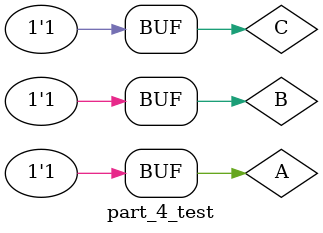
<source format=v>
`timescale 1ns / 1ps


module nandgate_test();
    reg A;
    reg B;

    wire C;

    nandgate uut(.input1(A), .input2(B), .out(C));

    initial begin
        A=0; B=0; #250;
        A=0; B=1; #250;
        A=1; B=0; #250;
        A=1; B=1; #250;
    end
endmodule

module andgate3_test();
    reg A;
    reg B;
    reg C;

    wire D;

    andgate3 uut(.input1(A), .input2(B), .input3(C), .out(D));

    initial begin
        A=0; B=0; C=0; #125;
        A=0; B=0; C=1; #125;
        A=0; B=1; C=0; #125;
        A=0; B=1; C=1; #125;
        A=1; B=0; C=0; #125;
        A=1; B=0; C=1; #125;
        A=1; B=1; C=0; #125;
        A=1; B=1; C=1; #125;
    end
endmodule

module andgate4_test();
    reg A;
    reg B;
    reg C;
    reg D;

    wire E;

    andgate4 uut(.input1(A), .input2(B), .input3(C), .input4(D), .out(E));

    initial begin
        A=0; B=0; C=0; D=0; #62;
        A=0; B=0; C=1; D=0; #62;
        A=0; B=1; C=0; D=0; #62;
        A=0; B=1; C=1; D=0; #62;
        A=1; B=0; C=0; D=0; #62;
        A=1; B=0; C=1; D=0; #62;
        A=1; B=1; C=0; D=0; #62;
        A=1; B=1; C=1; D=0; #62;
        A=0; B=0; C=0; D=1; #62;
        A=0; B=0; C=1; D=1; #62;
        A=0; B=1; C=0; D=1; #62;
        A=0; B=1; C=1; D=1; #62;
        A=1; B=0; C=0; D=1; #62;
        A=1; B=0; C=1; D=1; #62;
        A=1; B=1; C=0; D=1; #62;
        A=1; B=1; C=1; D=1; #62;
    end
endmodule

module orgate4_test();
    reg A;
    reg B;
    reg C;
    reg D;

    wire E;

    orgate4 uut(.input1(A), .input2(B), .input3(C), .input4(D), .out(E));

    initial begin
        A=0; B=0; C=0; D=0; #62;
        A=0; B=0; C=1; D=0; #62;
        A=0; B=1; C=0; D=0; #62;
        A=0; B=1; C=1; D=0; #62;
        A=1; B=0; C=0; D=0; #62;
        A=1; B=0; C=1; D=0; #62;
        A=1; B=1; C=0; D=0; #62;
        A=1; B=1; C=1; D=0; #62;
        A=0; B=0; C=0; D=1; #62;
        A=0; B=0; C=1; D=1; #62;
        A=0; B=1; C=0; D=1; #62;
        A=0; B=1; C=1; D=1; #62;
        A=1; B=0; C=0; D=1; #62;
        A=1; B=0; C=1; D=1; #62;
        A=1; B=1; C=0; D=1; #62;
        A=1; B=1; C=1; D=1; #62;
    end
endmodule



module part_1_test();
    reg A;
    reg B;
    reg C;
    reg D;

    wire E;

    part_1 uut(.input1(A), .input2(B), .input3(C), .input4(D), .out(E));

    initial begin
        A=0; B=0; C=0; D=0; #62;
        A=0; B=0; C=1; D=0; #62;
        A=0; B=1; C=0; D=0; #62;
        A=0; B=1; C=1; D=0; #62;
        A=1; B=0; C=0; D=0; #62;
        A=1; B=0; C=1; D=0; #62;
        A=1; B=1; C=0; D=0; #62;
        A=1; B=1; C=1; D=0; #62;
        A=0; B=0; C=0; D=1; #62;
        A=0; B=0; C=1; D=1; #62;
        A=0; B=1; C=0; D=1; #62;
        A=0; B=1; C=1; D=1; #62;
        A=1; B=0; C=0; D=1; #62;
        A=1; B=0; C=1; D=1; #62;
        A=1; B=1; C=0; D=1; #62;
        A=1; B=1; C=1; D=1; #62;
    end
endmodule

module part_2_test();
    reg A;
    reg B;
    reg C;
    reg D;

    wire E;

    part_2 uut(.input1(A), .input2(B), .input3(C), .input4(D), .out(E));

    initial begin
        A=0; B=0; C=0; D=0; #62;
        A=0; B=0; C=1; D=0; #62;
        A=0; B=1; C=0; D=0; #62;
        A=0; B=1; C=1; D=0; #62;
        A=1; B=0; C=0; D=0; #62;
        A=1; B=0; C=1; D=0; #62;
        A=1; B=1; C=0; D=0; #62;
        A=1; B=1; C=1; D=0; #62;
        A=0; B=0; C=0; D=1; #62;
        A=0; B=0; C=1; D=1; #62;
        A=0; B=1; C=0; D=1; #62;
        A=0; B=1; C=1; D=1; #62;
        A=1; B=0; C=0; D=1; #62;
        A=1; B=0; C=1; D=1; #62;
        A=1; B=1; C=0; D=1; #62;
        A=1; B=1; C=1; D=1; #62;
    end
endmodule

module part_3_test();
    reg A;
    reg B;
    reg C;
    reg D;

    wire E;

    part_3 uut(.input1(A), .input2(B), .input3(C), .input4(D), .out(E));

    initial begin
        A=0; B=0; C=0; D=0; #62;
        A=0; B=0; C=1; D=0; #62;
        A=0; B=1; C=0; D=0; #62;
        A=0; B=1; C=1; D=0; #62;
        A=1; B=0; C=0; D=0; #62;
        A=1; B=0; C=1; D=0; #62;
        A=1; B=1; C=0; D=0; #62;
        A=1; B=1; C=1; D=0; #62;
        A=0; B=0; C=0; D=1; #62;
        A=0; B=0; C=1; D=1; #62;
        A=0; B=1; C=0; D=1; #62;
        A=0; B=1; C=1; D=1; #62;
        A=1; B=0; C=0; D=1; #62;
        A=1; B=0; C=1; D=1; #62;
        A=1; B=1; C=0; D=1; #62;
        A=1; B=1; C=1; D=1; #62;
    end
endmodule

module part_4_test();
    reg A;
    reg B;
    reg C;

    wire D;
    wire E;

    part_4 uut(.input1(A), .input2(B), .input3(C), .F2(D), .F3(E));

    initial begin
        A=0; B=0; C=0; #125;
        A=0; B=0; C=1; #125;
        A=0; B=1; C=0; #125;
        A=0; B=1; C=1; #125;
        A=1; B=0; C=0; #125;
        A=1; B=0; C=1; #125;
        A=1; B=1; C=0; #125;
        A=1; B=1; C=1; #125;
    end
endmodule

</source>
